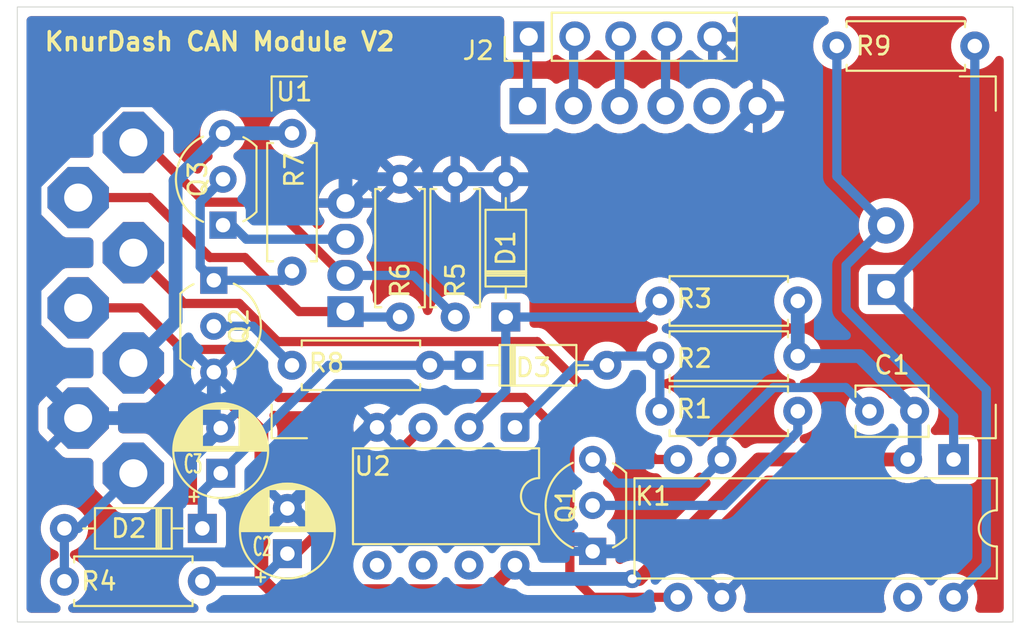
<source format=kicad_pcb>
(kicad_pcb (version 20241229) (generator "pcbnew") (generator_version "9.0")
  (layers (0 "F.Cu" signal) (2 "B.Cu" signal) (13 "F.Paste" user) (15 "B.Paste" user) (5 "F.SilkS" user "F.Silkscreen") (7 "B.SilkS" user "B.Silkscreen") (1 "F.Mask" user) (3 "B.Mask" user) (25 "Edge.Cuts" user))
  (net 0 "")
  (net 1 "5V")
  (net 2 "Net-(Q1-D)")
  (net 3 "Net-(D1-K)")
  (net 4 "GND")
  (net 5 "SDA")
  (net 6 "CANL")
  (net 7 "SCL")
  (net 8 "Net-(U2A-+)")
  (net 9 "Net-(J2-RX)")
  (net 10 "Net-(J2-DTR)")
  (net 11 "Net-(J2-TX)")
  (net 12 "CAN_on")
  (net 13 "CANH")
  (net 14 "CANL-CTRL")
  (net 15 "CANH-CTRL")
  (net 16 "Net-(Q1-G)")
  (net 17 "Net-(D3-A)")
  (net 18 "VCC_CAN")
  (net 19 "Net-(Q2-C)")
  (net 20 "Net-(Q2-B)")
  (net 25 "Net-(J2-VCC)")
  (net 26 "/can_on_jct")
  (footprint "Resistor_THT:R_Axial_DIN0207_L6.3mm_D2.5mm_P7.62mm_Horizontal" (layer "F.Cu") (at 83.693 84.201)
    (property "Reference" "R2" (at 1.905 0.127 0) (layer "F.SilkS"))
    (property "Value" "10k" (hide yes))
    (pad "1" thru_hole circle (at 0 0) (size 1.6 1.6) (drill 0.8) (layers "*.Cu" "*.Mask") (net 17 "Net-(D3-A)"))
    (pad "2" thru_hole oval (at 7.62 0) (size 1.6 1.6) (drill 0.8) (layers "*.Cu" "*.Mask") (net 1 "5V"))
  )
  (footprint "Resistor_THT:R_Axial_DIN0207_L6.3mm_D2.5mm_P7.62mm_Horizontal" (layer "F.Cu") (at 83.693 87.249)
    (property "Reference" "R1" (at 1.905 -0.127 0) (layer "F.SilkS"))
    (property "Value" "10k" (hide yes))
    (pad "1" thru_hole circle (at 0 0) (size 1.6 1.6) (drill 0.8) (layers "*.Cu" "*.Mask") (net 17 "Net-(D3-A)"))
    (pad "2" thru_hole oval (at 7.62 0) (size 1.6 1.6) (drill 0.8) (layers "*.Cu" "*.Mask") (net 16 "Net-(Q1-G)"))
  )
  (footprint "Package_TO_SOT_THT:TO-92_Inline_Wide" (layer "F.Cu") (at 59.563 76.962 90)
    (property "Reference" "Q3" (at 2.54 -1.397 270) (layer "F.SilkS"))
    (property "Value" "BS250" (hide yes))
    (pad "1" thru_hole rect (at 0 0 90) (size 1.5 1.5) (drill 0.8) (layers "*.Cu" "*.Mask") (net 18 "VCC_CAN"))
    (pad "2" thru_hole circle (at 2.54 0 90) (size 1.5 1.5) (drill 0.8) (layers "*.Cu" "*.Mask") (net 19 "Net-(Q2-C)"))
    (pad "3" thru_hole circle (at 5.08 0 90) (size 1.5 1.5) (drill 0.8) (layers "*.Cu" "*.Mask") (net 1 "5V"))
  )
  (footprint "Connector_PinHeader_2.54mm:PinHeader_1x05_P2.54mm_Vertical" (layer "F.Cu") (at 76.454 66.548 90)
    (property "Reference" "J2" (at -0.762 -2.794 0) (layer "F.SilkS"))
    (property "Value" "Conn_01x05" (hide yes))
    (pad "1" thru_hole rect (at 0 0 90) (size 1.7 1.7) (drill 1) (layers "*.Cu" "*.Mask") (net 10 "Net-(J2-DTR)"))
    (pad "2" thru_hole oval (at 0 2.54 90) (size 1.7 1.7) (drill 1) (layers "*.Cu" "*.Mask") (net 11 "Net-(J2-TX)"))
    (pad "3" thru_hole oval (at 0 5.08 90) (size 1.7 1.7) (drill 1) (layers "*.Cu" "*.Mask") (net 9 "Net-(J2-RX)"))
    (pad "4" thru_hole oval (at 0 7.62 90) (size 1.7 1.7) (drill 1) (layers "*.Cu" "*.Mask") (net 25 "Net-(J2-VCC)"))
    (pad "5" thru_hole oval (at 0 10.16 90) (size 1.7 1.7) (drill 1) (layers "*.Cu" "*.Mask") (net 4 "GND"))
  )
  (footprint "Resistor_THT:R_Axial_DIN0207_L6.3mm_D2.5mm_P7.62mm_Horizontal" (layer "F.Cu") (at 58.42 96.647 180)
    (property "Reference" "R4" (at 5.715 0 0) (layer "F.SilkS"))
    (property "Value" "68k" (hide yes))
    (pad "1" thru_hole circle (at 0 0 180) (size 1.6 1.6) (drill 0.8) (layers "*.Cu" "*.Mask") (net 8 "Net-(U2A-+)"))
    (pad "2" thru_hole oval (at 7.62 0 180) (size 1.6 1.6) (drill 0.8) (layers "*.Cu" "*.Mask") (net 12 "CAN_on"))
  )
  (footprint "Capacitor_THT:CP_Radial_D5.0mm_P2.50mm" (layer "F.Cu") (at 59.436 90.678 90)
    (property "Reference" "C3" (at 0.508 -1.524 0) (layer "F.SilkS") (effects (font (size 1 0.508) (thickness 0.127))))
    (property "Value" "1uF" (hide yes))
    (pad "1" thru_hole rect (at 0 0 90) (size 1.6 1.6) (drill 0.8) (layers "*.Cu" "*.Mask") (net 26 "/can_on_jct"))
    (pad "2" thru_hole circle (at 2.5 0 90) (size 1.6 1.6) (drill 0.8) (layers "*.Cu" "*.Mask") (net 4 "GND"))
  )
  (footprint "Package_DIP:DIP-8_W7.62mm" (layer "F.Cu") (at 75.692 88.138 -90)
    (property "Reference" "U2" (at 2.154 7.867 180) (layer "F.SilkS"))
    (property "Value" "LM2903" (hide yes))
    (pad "1" thru_hole roundrect (at 0 0 270) (size 1.6 1.6) (drill 0.8) (layers "*.Cu" "*.Mask") (roundrect_rratio 0.15625) (net 17 "Net-(D3-A)"))
    (pad "2" thru_hole circle (at 0 2.54 270) (size 1.6 1.6) (drill 0.8) (layers "*.Cu" "*.Mask") (net 3 "Net-(D1-K)"))
    (pad "3" thru_hole circle (at 0 5.08 270) (size 1.6 1.6) (drill 0.8) (layers "*.Cu" "*.Mask") (net 8 "Net-(U2A-+)"))
    (pad "4" thru_hole circle (at 0 7.62 270) (size 1.6 1.6) (drill 0.8) (layers "*.Cu" "*.Mask") (net 4 "GND"))
    (pad "5" thru_hole circle (at 7.62 7.62 270) (size 1.6 1.6) (drill 0.8) (layers "*.Cu" "*.Mask"))
    (pad "6" thru_hole circle (at 7.62 5.08 270) (size 1.6 1.6) (drill 0.8) (layers "*.Cu" "*.Mask"))
    (pad "7" thru_hole circle (at 7.62 2.54 270) (size 1.6 1.6) (drill 0.8) (layers "*.Cu" "*.Mask"))
    (pad "8" thru_hole circle (at 7.62 0 270) (size 1.6 1.6) (drill 0.8) (layers "*.Cu" "*.Mask") (net 1 "5V"))
  )
  (footprint "Diode_THT:D_DO-35_SOD27_P7.62mm_Horizontal" (layer "F.Cu") (at 58.42 93.726 180)
    (property "Reference" "D2" (at 4.064 0 0) (layer "F.SilkS"))
    (property "Value" "1N4148" (hide yes))
    (pad "1" thru_hole rect (at 0 0 180) (size 1.6 1.6) (drill 0.8) (layers "*.Cu" "*.Mask") (net 26 "/can_on_jct"))
    (pad "2" thru_hole oval (at 7.62 0 180) (size 1.6 1.6) (drill 0.8) (layers "*.Cu" "*.Mask") (net 12 "CAN_on"))
  )
  (footprint "Resistor_THT:R_Axial_DIN0207_L6.3mm_D2.5mm_P7.62mm_Horizontal" (layer "F.Cu") (at 63.373 71.882 -90)
    (property "Reference" "R7" (at 2.032 -0.127 90) (layer "F.SilkS"))
    (property "Value" "10k" (hide yes))
    (pad "1" thru_hole circle (at 0 0 270) (size 1.6 1.6) (drill 0.8) (layers "*.Cu" "*.Mask") (net 1 "5V"))
    (pad "2" thru_hole oval (at 7.62 0 270) (size 1.6 1.6) (drill 0.8) (layers "*.Cu" "*.Mask") (net 19 "Net-(Q2-C)"))
  )
  (footprint "Custom_Knur:Relay_COMUS_DIP" (layer "F.Cu") (at 99.922 89.916 -90)
    (property "Reference" "K1" (at 2.032 16.61 180) (layer "F.SilkS"))
    (property "Value" "COMUS_3572.1220.X4" (hide yes))
    (pad "1" thru_hole rect (at 0 0 270) (size 1.7 1.7) (drill 0.8) (layers "*.Cu" "*.Mask") (net 14 "CANL-CTRL"))
    (pad "2" thru_hole circle (at 0 2.54 270) (size 1.6 1.6) (drill 0.8) (layers "*.Cu" "*.Mask") (net 1 "5V"))
    (pad "6" thru_hole circle (at 0 12.8 270) (size 1.6 1.6) (drill 0.8) (layers "*.Cu" "*.Mask") (net 2 "Net-(Q1-D)"))
    (pad "7" thru_hole circle (at 0 15.24 270) (size 1.6 1.6) (drill 0.8) (layers "*.Cu" "*.Mask") (net 6 "CANL"))
    (pad "8" thru_hole circle (at 7.62 15.24 270) (size 1.6 1.6) (drill 0.8) (layers "*.Cu" "*.Mask") (net 13 "CANH"))
    (pad "9" thru_hole circle (at 7.62 12.8 270) (size 1.6 1.6) (drill 0.8) (layers "*.Cu" "*.Mask") (net 4 "GND"))
    (pad "13" thru_hole circle (at 7.62 2.54 270) (size 1.6 1.6) (drill 0.8) (layers "*.Cu" "*.Mask"))
    (pad "14" thru_hole circle (at 7.62 0 270) (size 1.6 1.6) (drill 0.8) (layers "*.Cu" "*.Mask") (net 15 "CANH-CTRL"))
  )
  (footprint "Custom_Knur:SolderWire-1x07-d1.5" (layer "F.Cu") (at 54.61 90.678 90)
    (property "Reference" "J1" (hide yes))
    (property "Value" "Conn_01x07" (hide yes))
    (pad "1" thru_hole roundrect (at 0 0 135) (size 3.2 3.2) (drill 1.55) (layers "*.Cu" "*.Mask") (roundrect_rratio 0) (chamfer_ratio 0.25) (chamfer top_left top_right bottom_left bottom_right) (net 12 "CAN_on"))
    (pad "2" thru_hole roundrect (at 3.048 -3.048 135) (size 3.2 3.2) (drill 1.55) (layers "*.Cu" "*.Mask") (roundrect_rratio 0) (chamfer_ratio 0.25) (chamfer top_left top_right bottom_left bottom_right) (net 4 "GND"))
    (pad "3" thru_hole roundrect (at 6.096 0 135) (size 3.2 3.2) (drill 1.55) (layers "*.Cu" "*.Mask") (roundrect_rratio 0) (chamfer_ratio 0.25) (chamfer top_left top_right bottom_left bottom_right) (net 1 "5V"))
    (pad "4" thru_hole roundrect (at 9.144 -3.048 135) (size 3.2 3.2) (drill 1.55) (layers "*.Cu" "*.Mask") (roundrect_rratio 0) (chamfer_ratio 0.25) (chamfer top_left top_right bottom_left bottom_right) (net 13 "CANH"))
    (pad "5" thru_hole roundrect (at 12.192 0 135) (size 3.2 3.2) (drill 1.55) (layers "*.Cu" "*.Mask") (roundrect_rratio 0) (chamfer_ratio 0.25) (chamfer top_left top_right bottom_left bottom_right) (net 6 "CANL"))
    (pad "6" thru_hole roundrect (at 15.24 -3.048 135) (size 3.2 3.2) (drill 1.55) (layers "*.Cu" "*.Mask") (roundrect_rratio 0) (chamfer_ratio 0.25) (chamfer top_left top_right bottom_left bottom_right) (net 7 "SCL"))
    (pad "7" thru_hole roundrect (at 18.288 0 135) (size 3.2 3.2) (drill 1.55) (layers "*.Cu" "*.Mask") (roundrect_rratio 0) (chamfer_ratio 0.25) (chamfer top_left top_right bottom_left bottom_right) (net 5 "SDA"))
  )
  (footprint "Capacitor_THT:C_Disc_D3.8mm_W2.6mm_P2.50mm" (layer "F.Cu") (at 95.27 87.249)
    (property "Reference" "C1" (at 1.25 -2.55 0) (layer "F.SilkS"))
    (property "Value" "100n" (hide yes))
    (pad "1" thru_hole circle (at 0 0) (size 1.6 1.6) (drill 0.8) (layers "*.Cu" "*.Mask") (net 2 "Net-(Q1-D)"))
    (pad "2" thru_hole circle (at 2.5 0) (size 1.6 1.6) (drill 0.8) (layers "*.Cu" "*.Mask") (net 1 "5V"))
  )
  (footprint "Resistor_THT:R_Axial_DIN0207_L6.3mm_D2.5mm_P7.62mm_Horizontal" (layer "F.Cu") (at 69.342 74.422 -90)
    (property "Reference" "R6" (at 5.588 0 90) (layer "F.SilkS"))
    (property "Value" "10k")
    (pad "1" thru_hole circle (at 0 0 270) (size 1.6 1.6) (drill 0.8) (layers "*.Cu" "*.Mask") (net 4 "GND"))
    (pad "2" thru_hole oval (at 7.62 0 270) (size 1.6 1.6) (drill 0.8) (layers "*.Cu" "*.Mask") (net 7 "SCL"))
  )
  (footprint "Diode_THT:D_DO-35_SOD27_P7.62mm_Horizontal" (layer "F.Cu") (at 75.184 82.042 90)
    (property "Reference" "D1" (at 3.81 0 90) (layer "F.SilkS"))
    (property "Value" "4.3V" (hide yes))
    (pad "1" thru_hole rect (at 0 0 90) (size 1.6 1.6) (drill 0.8) (layers "*.Cu" "*.Mask") (net 3 "Net-(D1-K)"))
    (pad "2" thru_hole oval (at 7.62 0 90) (size 1.6 1.6) (drill 0.8) (layers "*.Cu" "*.Mask") (net 4 "GND"))
  )
  (footprint "Package_TO_SOT_THT:TO-92_Inline_Wide" (layer "F.Cu") (at 59.055 80.01 -90)
    (property "Reference" "Q2" (at 2.54 -1.397 270) (layer "F.SilkS"))
    (property "Value" "BC547" (hide yes))
    (pad "1" thru_hole rect (at 0 0 270) (size 1.5 1.5) (drill 0.8) (layers "*.Cu" "*.Mask") (net 19 "Net-(Q2-C)"))
    (pad "2" thru_hole circle (at 2.54 0 270) (size 1.5 1.5) (drill 0.8) (layers "*.Cu" "*.Mask") (net 20 "Net-(Q2-B)"))
    (pad "3" thru_hole circle (at 5.08 0 270) (size 1.5 1.5) (drill 0.8) (layers "*.Cu" "*.Mask") (net 4 "GND"))
  )
  (footprint "Resistor_THT:R_Axial_DIN0207_L6.3mm_D2.5mm_P7.62mm_Horizontal" (layer "F.Cu") (at 70.993 84.709 180)
    (property "Reference" "R8" (at 5.715 0.127 0) (layer "F.SilkS"))
    (property "Value" "10k" (hide yes))
    (pad "1" thru_hole circle (at 0 0 180) (size 1.6 1.6) (drill 0.8) (layers "*.Cu" "*.Mask") (net 26 "/can_on_jct"))
    (pad "2" thru_hole oval (at 7.62 0 180) (size 1.6 1.6) (drill 0.8) (layers "*.Cu" "*.Mask") (net 20 "Net-(Q2-B)"))
  )
  (footprint "Capacitor_THT:CP_Radial_D5.0mm_P2.50mm" (layer "F.Cu") (at 63.119 95.123 90)
    (property "Reference" "C2" (at 0.381 -1.397 0) (layer "F.SilkS") (effects (font (size 1 0.508) (thickness 0.127))))
    (property "Value" "1uF" (hide yes))
    (pad "1" thru_hole rect (at 0 0 90) (size 1.6 1.6) (drill 0.8) (layers "*.Cu" "*.Mask") (net 8 "Net-(U2A-+)"))
    (pad "2" thru_hole circle (at 2.5 0 90) (size 1.6 1.6) (drill 0.8) (layers "*.Cu" "*.Mask") (net 4 "GND"))
  )
  (footprint "Resistor_THT:R_Axial_DIN0207_L6.3mm_D2.5mm_P7.62mm_Horizontal" (layer "F.Cu") (at 101.092 67.056 180)
    (property "Reference" "R9" (at 5.588 0 0) (layer "F.SilkS"))
    (property "Value" "120" (hide yes))
    (pad "1" thru_hole circle (at 0 0 180) (size 1.6 1.6) (drill 0.8) (layers "*.Cu" "*.Mask") (net 15 "CANH-CTRL"))
    (pad "2" thru_hole oval (at 7.62 0 180) (size 1.6 1.6) (drill 0.8) (layers "*.Cu" "*.Mask") (net 14 "CANL-CTRL"))
  )
  (footprint "Resistor_THT:R_Axial_DIN0207_L6.3mm_D2.5mm_P7.62mm_Horizontal" (layer "F.Cu") (at 72.39 82.042 90)
    (property "Reference" "R5" (at 2.032 0 90) (layer "F.SilkS"))
    (property "Value" "10k" (hide yes))
    (pad "1" thru_hole circle (at 0 0 90) (size 1.6 1.6) (drill 0.8) (layers "*.Cu" "*.Mask") (net 5 "SDA"))
    (pad "2" thru_hole oval (at 7.62 0 90) (size 1.6 1.6) (drill 0.8) (layers "*.Cu" "*.Mask") (net 4 "GND"))
  )
  (footprint "Resistor_THT:R_Axial_DIN0207_L6.3mm_D2.5mm_P7.62mm_Horizontal" (layer "F.Cu") (at 83.693 81.153)
    (property "Reference" "R3" (at 1.905 -0.127 0) (layer "F.SilkS"))
    (property "Value" "10k" (hide yes))
    (pad "1" thru_hole circle (at 0 0) (size 1.6 1.6) (drill 0.8) (layers "*.Cu" "*.Mask") (net 3 "Net-(D1-K)"))
    (pad "2" thru_hole oval (at 7.62 0) (size 1.6 1.6) (drill 0.8) (layers "*.Cu" "*.Mask") (net 1 "5V"))
  )
  (footprint "Custom_Knur:Longan_I2C_CAN" (layer "F.Cu") (at 76.39 70.38)
    (property "Reference" "U1" (at -12.89 -0.784 0) (layer "F.SilkS"))
    (property "Value" "LONGAN_I2C_CAN" (hide yes))
    (pad "1" thru_hole rect (at 0 0) (size 2 2) (drill 1) (layers "*.Cu" "*.Mask") (net 10 "Net-(J2-DTR)"))
    (pad "2" thru_hole oval (at 2.54 0) (size 2 2) (drill 1) (layers "*.Cu" "*.Mask") (net 11 "Net-(J2-TX)"))
    (pad "3" thru_hole oval (at 5.08 0) (size 2 2) (drill 1) (layers "*.Cu" "*.Mask") (net 9 "Net-(J2-RX)"))
    (pad "4" thru_hole oval (at 7.62 0) (size 2 2) (drill 1) (layers "*.Cu" "*.Mask") (net 25 "Net-(J2-VCC)"))
    (pad "5" thru_hole oval (at 10.16 0) (size 2 2) (drill 1) (layers "*.Cu" "*.Mask"))
    (pad "6" thru_hole oval (at 12.7 0) (size 2 2) (drill 1) (layers "*.Cu" "*.Mask") (net 4 "GND"))
    (pad "7" thru_hole rect (at 19.8 10.14) (size 2 1.7) (drill 1) (layers "*.Cu" "*.Mask") (net 15 "CANH-CTRL"))
    (pad "8" thru_hole oval (at 19.8 6.6) (size 2 2) (drill 1) (layers "*.Cu" "*.Mask") (net 14 "CANL-CTRL"))
    (pad "9" thru_hole rect (at -10.06 11.36) (size 2 1.7) (drill 1) (layers "*.Cu" "*.Mask") (net 7 "SCL"))
    (pad "10" thru_hole oval (at -10.06 9.36) (size 2 1.7) (drill 1) (layers "*.Cu" "*.Mask") (net 5 "SDA"))
    (pad "11" thru_hole oval (at -10.06 7.36) (size 2 1.7) (drill 1) (layers "*.Cu" "*.Mask") (net 18 "VCC_CAN"))
    (pad "12" thru_hole oval (at -10.06 5.36) (size 2 1.7) (drill 1) (layers "*.Cu" "*.Mask") (net 4 "GND"))
  )
  (footprint "Diode_THT:D_DO-35_SOD27_P7.62mm_Horizontal" (layer "F.Cu") (at 73.152 84.709)
    (property "Reference" "D3" (at 3.556 0.127 0) (layer "F.SilkS"))
    (property "Value" "1N4148" (hide yes))
    (pad "1" thru_hole rect (at 0 0) (size 1.6 1.6) (drill 0.8) (layers "*.Cu" "*.Mask") (net 26 "/can_on_jct"))
    (pad "2" thru_hole oval (at 7.62 0) (size 1.6 1.6) (drill 0.8) (layers "*.Cu" "*.Mask") (net 17 "Net-(D3-A)"))
  )
  (footprint "Package_TO_SOT_THT:TO-92_Inline_Wide" (layer "F.Cu") (at 79.982 94.996 90)
    (property "Reference" "Q1" (at 2.54 -1.496 90) (layer "F.SilkS"))
    (property "Value" "2N7000" (hide yes))
    (pad "1" thru_hole rect (at 0 0 90) (size 1.5 1.5) (drill 0.8) (layers "*.Cu" "*.Mask") (net 4 "GND"))
    (pad "2" thru_hole circle (at 2.54 0 90) (size 1.5 1.5) (drill 0.8) (layers "*.Cu" "*.Mask") (net 16 "Net-(Q1-G)"))
    (pad "3" thru_hole circle (at 5.08 0 90) (size 1.5 1.5) (drill 0.8) (layers "*.Cu" "*.Mask") (net 2 "Net-(Q1-D)"))
  )
  (gr_rect (start 48.2 64.9) (end 103.2 98.9) (stroke (width 0.05)) (fill no) (layer "Edge.Cuts"))
  (gr_text "KnurDash CAN Module V2" (at 49.6 67.4 0) (layer "F.SilkS") (effects (font (size 1 1) (thickness 0.2) (bold yes)) (justify left bottom)))
  (segment (start 82.169 96.52) (end 82.548811 96.52) (width 0.762) (layer "F.Cu") (net 1))
  (segment (start 82.548811 96.52) (end 89.152811 89.916) (width 0.762) (layer "F.Cu") (net 1))
  (segment (start 62.318 97.194) (end 74.256 97.194) (width 0.762) (layer "F.Cu") (net 1))
  (segment (start 61.683 96.559) (end 62.318 97.194) (width 0.762) (layer "F.Cu") (net 1))
  (segment (start 74.256 97.194) (end 75.692 95.758) (width 0.762) (layer "F.Cu") (net 1))
  (segment (start 89.152811 89.916) (end 97.382 89.916) (width 0.762) (layer "F.Cu") (net 1))
  (segment (start 54.61 84.582) (end 56.77 86.742) (width 0.762) (layer "F.Cu") (net 1))
  (segment (start 56.77 86.742) (end 60.030811 86.742) (width 0.762) (layer "F.Cu") (net 1))
  (segment (start 60.030811 86.742) (end 61.683 88.394189) (width 0.762) (layer "F.Cu") (net 1))
  (segment (start 61.683 88.394189) (end 61.683 96.559) (width 0.762) (layer "F.Cu") (net 1))
  (via (at 82.169 96.52) (size 1.016) (drill 0.5) (layers "F.Cu" "B.Cu") (net 1))
  (segment (start 97.77 89.528) (end 97.382 89.916) (width 0.762) (layer "B.Cu") (net 1))
  (segment (start 97.77 87.249) (end 97.77 89.528) (width 0.762) (layer "B.Cu") (net 1))
  (segment (start 91.313 81.153) (end 91.313 84.201) (width 0.762) (layer "B.Cu") (net 1))
  (segment (start 56.943056 74.501944) (end 59.563 71.882) (width 0.762) (layer "B.Cu") (net 1))
  (segment (start 54.61 84.582) (end 56.943056 82.248944) (width 0.762) (layer "B.Cu") (net 1))
  (segment (start 59.161 71.882) (end 63.373 71.882) (width 0.762) (layer "B.Cu") (net 1))
  (segment (start 76.454 96.52) (end 82.169 96.52) (width 0.762) (layer "B.Cu") (net 1))
  (segment (start 75.692 95.758) (end 76.454 96.52) (width 0.762) (layer "B.Cu") (net 1))
  (segment (start 94.722 84.201) (end 97.77 87.249) (width 0.762) (layer "B.Cu") (net 1))
  (segment (start 91.313 84.201) (end 94.722 84.201) (width 0.762) (layer "B.Cu") (net 1))
  (segment (start 56.943056 82.248944) (end 56.943056 74.501944) (width 0.762) (layer "B.Cu") (net 1))
  (segment (start 89.96663 85.94) (end 87.122 88.78463) (width 0.508) (layer "B.Cu") (net 2))
  (segment (start 87.122 89.916) (end 85.813 91.225) (width 0.508) (layer "B.Cu") (net 2))
  (segment (start 95.27 87.249) (end 93.961 85.94) (width 0.508) (layer "B.Cu") (net 2))
  (segment (start 85.813 91.225) (end 81.291 91.225) (width 0.508) (layer "B.Cu") (net 2))
  (segment (start 93.961 85.94) (end 89.96663 85.94) (width 0.508) (layer "B.Cu") (net 2))
  (segment (start 87.122 88.78463) (end 87.122 89.916) (width 0.508) (layer "B.Cu") (net 2))
  (segment (start 81.291 91.225) (end 79.982 89.916) (width 0.508) (layer "B.Cu") (net 2))
  (segment (start 75.184 82.042) (end 75.184 86.106) (width 0.508) (layer "B.Cu") (net 3))
  (segment (start 75.184 82.042) (end 82.804 82.042) (width 0.508) (layer "B.Cu") (net 3))
  (segment (start 82.804 82.042) (end 83.693 81.153) (width 0.508) (layer "B.Cu") (net 3))
  (segment (start 75.184 86.106) (end 73.152 88.138) (width 0.508) (layer "B.Cu") (net 3))
  (segment (start 65.112 94.322) (end 79.308 94.322) (width 0.762) (layer "B.Cu") (net 4))
  (segment (start 56.984 95.162) (end 56.984 92.29) (width 0.762) (layer "B.Cu") (net 4))
  (segment (start 49.149 74.688818) (end 53.780874 70.056944) (width 0.762) (layer "B.Cu") (net 4))
  (segment (start 60.58 95.162) (end 56.984 95.162) (width 0.762) (layer "B.Cu") (net 4))
  (segment (start 63.413 92.623) (end 65.112 94.322) (width 0.762) (layer "B.Cu") (net 4))
  (segment (start 57.2 92.29) (end 57.2 90.414) (width 0.762) (layer "B.Cu") (net 4))
  (segment (start 56.984 92.29) (end 57.2 92.29) (width 0.762) (layer "B.Cu") (net 4))
  (segment (start 63.119 92.623) (end 60.58 95.162) (width 0.762) (layer "B.Cu") (net 4))
  (segment (start 72.39 74.422) (end 75.184 74.422) (width 0.762) (layer "B.Cu") (net 4))
  (segment (start 69.342 74.422) (end 67.648 74.422) (width 0.762) (layer "B.Cu") (net 4))
  (segment (start 79.982 94.996) (end 84.582 94.996) (width 0.762) (layer "B.Cu") (net 4))
  (segment (start 89.09 70.38) (end 89.09 69.024) (width 0.508) (layer "B.Cu") (net 4))
  (segment (start 59.055 87.797) (end 59.436 88.178) (width 0.762) (layer "B.Cu") (net 4))
  (segment (start 66.33 72.808189) (end 66.33 75.74) (width 0.762) (layer "B.Cu") (net 4))
  (segment (start 67.648 74.422) (end 66.33 75.74) (width 0.762) (layer "B.Cu") (net 4))
  (segment (start 59.055 85.09) (end 59.055 87.797) (width 0.762) (layer "B.Cu") (net 4))
  (segment (start 89.09 69.024) (end 86.614 66.548) (width 0.508) (layer "B.Cu") (net 4))
  (segment (start 63.119 92.623) (end 63.413 92.623) (width 0.762) (layer "B.Cu") (net 4))
  (segment (start 67.604 88.138) (end 63.119 92.623) (width 0.762) (layer "B.Cu") (net 4))
  (segment (start 58.888 87.63) (end 59.436 88.178) (width 0.762) (layer "B.Cu") (net 4))
  (segment (start 79.308 94.322) (end 79.982 94.996) (width 0.762) (layer "B.Cu") (net 4))
  (segment (start 51.562 87.63) (end 49.149 85.217) (width 0.762) (layer "B.Cu") (net 4))
  (segment (start 69.342 74.422) (end 72.39 74.422) (width 0.762) (layer "B.Cu") (net 4))
  (segment (start 57.2 90.414) (end 59.436 88.178) (width 0.762) (layer "B.Cu") (net 4))
  (segment (start 63.578755 70.056944) (end 66.33 72.808189) (width 0.762) (layer "B.Cu") (net 4))
  (segment (start 67.649 88.178) (end 68.065 87.762) (width 0.762) (layer "B.Cu") (net 4))
  (segment (start 75.184 74.422) (end 85.048 74.422) (width 0.762) (layer "B.Cu") (net 4))
  (segment (start 84.582 94.996) (end 87.122 97.536) (width 0.762) (layer "B.Cu") (net 4))
  (segment (start 53.780874 70.056944) (end 63.578755 70.056944) (width 0.762) (layer "B.Cu") (net 4))
  (segment (start 85.048 74.422) (end 89.09 70.38) (width 0.762) (layer "B.Cu") (net 4))
  (segment (start 51.562 87.63) (end 58.888 87.63) (width 0.762) (layer "B.Cu") (net 4))
  (segment (start 49.149 85.217) (end 49.149 74.688818) (width 0.762) (layer "B.Cu") (net 4))
  (segment (start 68.072 88.138) (end 67.604 88.138) (width 0.762) (layer "B.Cu") (net 4))
  (segment (start 55.245 72.39) (end 58.547 75.692) (width 0.508) (layer "F.Cu") (net 5))
  (segment (start 54.61 72.39) (end 55.245 72.39) (width 0.508) (layer "F.Cu") (net 5))
  (segment (start 58.547 75.692) (end 62.132 75.692) (width 0.508) (layer "F.Cu") (net 5))
  (segment (start 66.18 79.74) (end 66.33 79.74) (width 0.508) (layer "F.Cu") (net 5))
  (segment (start 62.132 75.692) (end 66.18 79.74) (width 0.508) (layer "F.Cu") (net 5))
  (segment (start 70.088 79.74) (end 66.33 79.74) (width 0.508) (layer "B.Cu") (net 5))
  (segment (start 72.39 82.042) (end 70.088 79.74) (width 0.508) (layer "B.Cu") (net 5))
  (segment (start 57.415 81.291) (end 60.463 81.291) (width 0.508) (layer "F.Cu") (net 6))
  (segment (start 54.61 78.486) (end 57.415 81.291) (width 0.508) (layer "F.Cu") (net 6))
  (segment (start 62.572 83.4) (end 76.923 83.4) (width 0.508) (layer "F.Cu") (net 6))
  (segment (start 60.463 81.291) (end 62.572 83.4) (width 0.508) (layer "F.Cu") (net 6))
  (segment (start 83.439 89.916) (end 84.682 89.916) (width 0.508) (layer "F.Cu") (net 6))
  (segment (start 76.923 83.4) (end 83.439 89.916) (width 0.508) (layer "F.Cu") (net 6))
  (segment (start 55.521 75.438) (end 58.834 78.751) (width 0.508) (layer "F.Cu") (net 7))
  (segment (start 58.834 78.751) (end 60.770794 78.751) (width 0.508) (layer "F.Cu") (net 7))
  (segment (start 51.562 75.438) (end 55.521 75.438) (width 0.508) (layer "F.Cu") (net 7))
  (segment (start 60.770794 78.751) (end 63.759794 81.74) (width 0.508) (layer "F.Cu") (net 7))
  (segment (start 63.759794 81.74) (end 66.33 81.74) (width 0.508) (layer "F.Cu") (net 7))
  (segment (start 66.632 82.042) (end 66.33 81.74) (width 0.508) (layer "B.Cu") (net 7))
  (segment (start 69.342 82.042) (end 66.632 82.042) (width 0.508) (layer "B.Cu") (net 7))
  (segment (start 63.627 95.123) (end 70.612 88.138) (width 0.508) (layer "F.Cu") (net 8))
  (segment (start 63.119 95.123) (end 63.627 95.123) (width 0.508) (layer "F.Cu") (net 8))
  (segment (start 61.595 96.647) (end 63.119 95.123) (width 0.508) (layer "B.Cu") (net 8))
  (segment (start 58.42 96.647) (end 61.595 96.647) (width 0.508) (layer "B.Cu") (net 8))
  (segment (start 81.47 70.38) (end 81.47 66.612) (width 0.508) (layer "B.Cu") (net 9))
  (segment (start 81.47 66.612) (end 81.534 66.548) (width 0.508) (layer "B.Cu") (net 9))
  (segment (start 76.39 70.38) (end 76.39 66.612) (width 0.508) (layer "B.Cu") (net 10))
  (segment (start 76.39 66.612) (end 76.454 66.548) (width 0.508) (layer "B.Cu") (net 10))
  (segment (start 78.93 70.38) (end 78.93 66.612) (width 0.508) (layer "B.Cu") (net 11))
  (segment (start 78.93 66.612) (end 78.994 66.548) (width 0.508) (layer "B.Cu") (net 11))
  (segment (start 50.8 93.472) (end 50.8 96.393) (width 0.508) (layer "B.Cu") (net 12))
  (segment (start 50.8 93.726) (end 51.562 93.726) (width 0.508) (layer "B.Cu") (net 12))
  (segment (start 51.562 93.726) (end 54.61 90.678) (width 0.508) (layer "B.Cu") (net 12))
  (segment (start 62.611 86.487) (end 76.221316 86.487) (width 0.508) (layer "F.Cu") (net 13))
  (segment (start 54.991 81.534) (end 57.288 83.831) (width 0.508) (layer "F.Cu") (net 13))
  (segment (start 51.562 81.534) (end 54.991 81.534) (width 0.508) (layer "F.Cu") (net 13))
  (segment (start 78.723 96.255) (end 80.004 97.536) (width 0.508) (layer "F.Cu") (net 13))
  (segment (start 76.221316 86.487) (end 78.723 88.988684) (width 0.508) (layer "F.Cu") (net 13))
  (segment (start 57.288 83.831) (end 59.955 83.831) (width 0.508) (layer "F.Cu") (net 13))
  (segment (start 59.955 83.831) (end 62.611 86.487) (width 0.508) (layer "F.Cu") (net 13))
  (segment (start 78.723 88.988684) (end 78.723 96.255) (width 0.508) (layer "F.Cu") (net 13))
  (segment (start 80.004 97.536) (end 84.682 97.536) (width 0.508) (layer "F.Cu") (net 13))
  (segment (start 93.98 79.19) (end 93.98 81.607794) (width 0.508) (layer "B.Cu") (net 14))
  (segment (start 96.19 76.98) (end 93.98 79.19) (width 0.508) (layer "B.Cu") (net 14))
  (segment (start 96.19 76.98) (end 93.472 74.262) (width 0.508) (layer "B.Cu") (net 14))
  (segment (start 99.922 87.549794) (end 99.922 89.916) (width 0.508) (layer "B.Cu") (net 14))
  (segment (start 93.472 74.262) (end 93.472 67.056) (width 0.508) (layer "B.Cu") (net 14))
  (segment (start 93.98 81.607794) (end 99.922 87.549794) (width 0.508) (layer "B.Cu") (net 14))
  (segment (start 96.19 80.52) (end 101.092 75.618) (width 0.508) (layer "B.Cu") (net 15))
  (segment (start 101.727 86.057) (end 101.727 95.731) (width 0.508) (layer "B.Cu") (net 15))
  (segment (start 96.19 80.52) (end 101.727 86.057) (width 0.508) (layer "B.Cu") (net 15))
  (segment (start 101.092 75.618) (end 101.092 67.056) (width 0.508) (layer "B.Cu") (net 15))
  (segment (start 101.727 95.731) (end 99.922 97.536) (width 0.508) (layer "B.Cu") (net 15))
  (segment (start 91.313 87.249) (end 91.313 88.38037) (width 0.508) (layer "B.Cu") (net 16))
  (segment (start 91.313 88.38037) (end 87.23737 92.456) (width 0.508) (layer "B.Cu") (net 16))
  (segment (start 87.23737 92.456) (end 79.982 92.456) (width 0.508) (layer "B.Cu") (net 16))
  (segment (start 79.121 84.709) (end 75.692 88.138) (width 0.508) (layer "B.Cu") (net 17))
  (segment (start 83.693 84.201) (end 81.28 84.201) (width 0.508) (layer "B.Cu") (net 17))
  (segment (start 80.772 84.709) (end 79.121 84.709) (width 0.508) (layer "B.Cu") (net 17))
  (segment (start 83.693 87.249) (end 83.693 84.201) (width 0.508) (layer "B.Cu") (net 17))
  (segment (start 81.28 84.201) (end 80.772 84.709) (width 0.508) (layer "B.Cu") (net 17))
  (segment (start 60.071 76.962) (end 60.849 77.74) (width 0.508) (layer "B.Cu") (net 18))
  (segment (start 59.161 76.962) (end 60.071 76.962) (width 0.508) (layer "B.Cu") (net 18))
  (segment (start 60.849 77.74) (end 66.33 77.74) (width 0.508) (layer "B.Cu") (net 18))
  (segment (start 59.055 80.01) (end 62.865 80.01) (width 0.508) (layer "B.Cu") (net 19))
  (segment (start 62.865 80.01) (end 63.373 79.502) (width 0.508) (layer "B.Cu") (net 19))
  (segment (start 58.304 75.681) (end 59.563 74.422) (width 0.508) (layer "B.Cu") (net 19))
  (segment (start 59.055 80.01) (end 58.304 79.259) (width 0.508) (layer "B.Cu") (net 19))
  (segment (start 58.304 79.259) (end 58.304 75.681) (width 0.508) (layer "B.Cu") (net 19))
  (segment (start 61.214 82.55) (end 63.373 84.709) (width 0.508) (layer "B.Cu") (net 20))
  (segment (start 59.055 82.55) (end 61.214 82.55) (width 0.508) (layer "B.Cu") (net 20))
  (segment (start 84.01 66.612) (end 84.074 66.548) (width 0.508) (layer "B.Cu") (net 25))
  (segment (start 84.01 70.38) (end 84.01 66.612) (width 0.508) (layer "B.Cu") (net 25))
  (segment (start 58.42 91.694) (end 59.436 90.678) (width 0.508) (layer "B.Cu") (net 26))
  (segment (start 73.152 84.709) (end 70.993 84.709) (width 0.508) (layer "B.Cu") (net 26))
  (segment (start 65.405 84.709) (end 70.993 84.709) (width 0.508) (layer "B.Cu") (net 26))
  (segment (start 59.436 90.678) (end 65.405 84.709) (width 0.508) (layer "B.Cu") (net 26))
  (segment (start 58.42 93.726) (end 58.42 91.694) (width 0.508) (layer "B.Cu") (net 26))
  (zone (net 4) (net_name "GND") (layer "F.Cu") (priority 1) (connect_pads (clearance 0.508)) (min_thickness 0.508) (fill yes (thermal_gap 0.508) (thermal_bridge_width 0.508))
    (polygon (pts (xy 47.879 64.643) (xy 103.37 64.514845) (xy 103.37 99.311685) (xy 48.090823 99.567607) (xy 47.879 88.138)))
  )
  (zone (net 4) (net_name "GND") (layer "B.Cu") (connect_pads (clearance 0.508)) (min_thickness 0.508) (fill yes (thermal_gap 0.508) (thermal_bridge_width 0.508))
    (polygon (pts (xy 47.244 64.643) (xy 103.83429 64.643) (xy 103.580302 99.185352) (xy 47.371006 99.315768)))
  )
)
</source>
